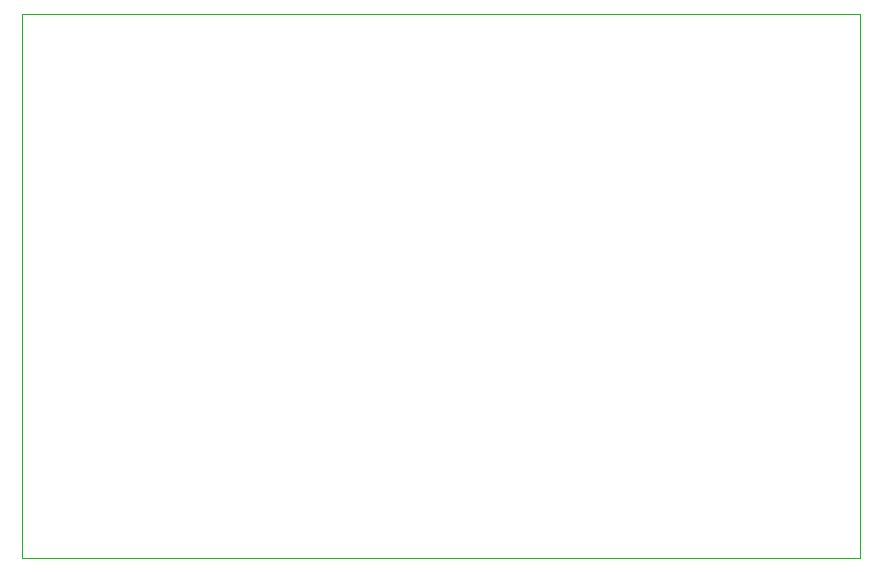
<source format=gbr>
G04 #@! TF.FileFunction,Profile,NP*
%FSLAX46Y46*%
G04 Gerber Fmt 4.6, Leading zero omitted, Abs format (unit mm)*
G04 Created by KiCad (PCBNEW 4.0.4-stable) date 02/07/17 10:52:47*
%MOMM*%
%LPD*%
G01*
G04 APERTURE LIST*
%ADD10C,0.100000*%
G04 APERTURE END LIST*
D10*
X111901322Y-78685038D02*
X111901322Y-124685038D01*
X111901322Y-124685038D02*
X182901322Y-124685038D01*
X182901322Y-124685038D02*
X182901322Y-78685038D01*
X182901322Y-78685038D02*
X111901322Y-78685038D01*
M02*

</source>
